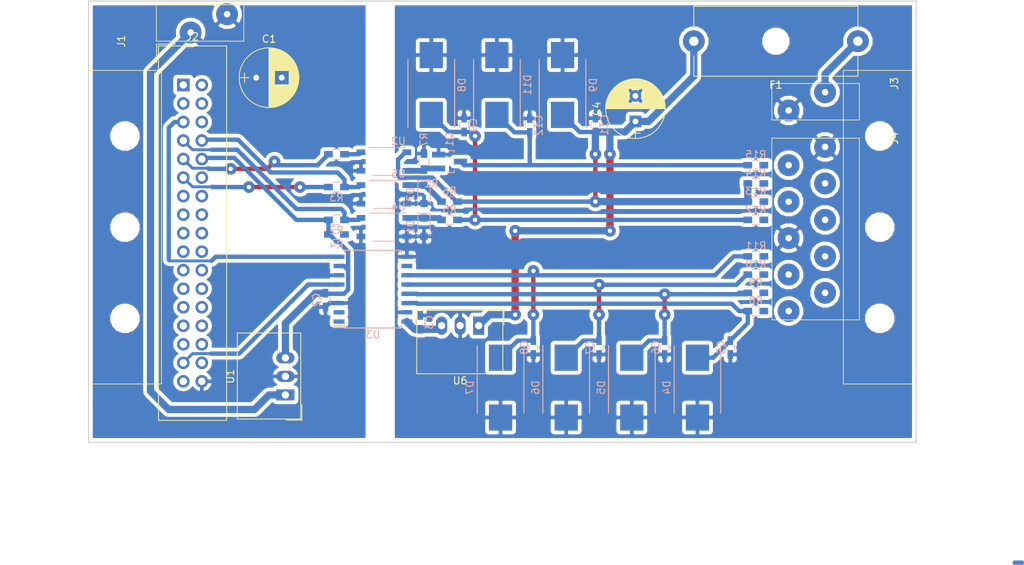
<source format=kicad_pcb>
(kicad_pcb (version 20171130) (host pcbnew no-vcs-found-cd3122d~61~ubuntu16.04.1)
  (layers (0 F.Cu signal) (31 B.Cu signal) (34 B.Paste user) (35 F.Paste user) (36 B.SilkS user) (37 F.SilkS user) (38 B.Mask user) (39 F.Mask user) (44 Edge.Cuts user))
  (net 0 "")
  (net 1 "Net-(J4-Pad10)")
  (net 2 "Net-(J4-Pad9)")
  (net 3 "Net-(J4-Pad8)")
  (net 4 "Net-(J4-Pad7)")
  (net 5 GNDD)
  (net 6 "Net-(J4-Pad5)")
  (net 7 "Net-(J4-Pad4)")
  (net 8 "Net-(J4-Pad3)")
  (net 9 "Net-(J4-Pad2)")
  (net 10 "Net-(D2-Pad1)")
  (net 11 VCC)
  (net 12 /SWITCH)
  (net 13 "Net-(D1-Pad1)")
  (net 14 /BUZZ_LED)
  (net 15 "Net-(C8-Pad1)")
  (net 16 +3V3)
  (net 17 GND)
  (net 18 /~SWITCH_ISO)
  (net 19 "Net-(R1-Pad1)")
  (net 20 /BUZZ_ISO)
  (net 21 "Net-(Q1-Pad1)")
  (net 22 "Net-(C5-Pad1)")
  (net 23 "Net-(C6-Pad1)")
  (net 24 "Net-(C7-Pad1)")
  (net 25 /~VCC_GOOD)
  (net 26 /VCC_TEST)
  (net 27 "Net-(C3-Pad1)")
  (net 28 "Net-(U3-Pad10)")
  (net 29 /TxD)
  (net 30 /RxD)
  (net 31 "Net-(U3-Pad2)")
  (net 32 "Net-(U3-Pad1)")
  (net 33 "Net-(C1-Pad1)")
  (net 34 "Net-(F1-Pad1)")
  (net 35 "Net-(J2-Pad1)")
  (net 36 "Net-(J2-Pad2)")
  (net 37 "Net-(J2-Pad3)")
  (net 38 "Net-(J2-Pad4)")
  (net 39 "Net-(J2-Pad6)")
  (net 40 "Net-(J2-Pad12)")
  (net 41 "Net-(J2-Pad13)")
  (net 42 "Net-(J2-Pad14)")
  (net 43 "Net-(J2-Pad15)")
  (net 44 "Net-(J2-Pad16)")
  (net 45 "Net-(J2-Pad17)")
  (net 46 "Net-(J2-Pad18)")
  (net 47 "Net-(J2-Pad19)")
  (net 48 "Net-(J2-Pad20)")
  (net 49 "Net-(J2-Pad21)")
  (net 50 "Net-(J2-Pad22)")
  (net 51 "Net-(J2-Pad23)")
  (net 52 "Net-(J2-Pad24)")
  (net 53 "Net-(J2-Pad25)")
  (net 54 "Net-(J2-Pad26)")
  (net 55 "Net-(J2-Pad27)")
  (net 56 "Net-(J2-Pad28)")
  (net 57 "Net-(J2-Pad29)")
  (net 58 "Net-(J2-Pad30)")
  (net 59 "Net-(J2-Pad32)")
  (net 60 "Net-(J2-Pad33)")
  (module door:TerminalBlock_WAGO-205_2pol (layer F.Cu) (at 144 68.5 90)
    (fp_text reference J1 (at 0 -9.5 90) (layer F.SilkS))
    (fp_text value 5V_IN)
    (pad 2 thru_hole circle (at 3.7 5 90) (size 3 3) (drill 0.9) (layers *.Cu *.Mask) (net 17 GND))
    (pad 1 thru_hole circle (at 1.2 0 90) (size 3 3) (drill 0.9) (layers *.Cu *.Mask) (net 33 "Net-(C1-Pad1)"))
  )
  (module door:TerminalBlock_WAGO-205_2pol (layer F.Cu) (at 231 74.3 270)
    (fp_text reference J3 (at 0 -9.5 270) (layer F.SilkS))
    (fp_text value VCC_IN)
    (pad 1 thru_hole circle (at 1.2 0 270) (size 3 3) (drill 0.9) (layers *.Cu *.Mask) (net 34 "Net-(F1-Pad1)"))
    (pad 2 thru_hole circle (at 3.7 5 270) (size 3 3) (drill 0.9) (layers *.Cu *.Mask) (net 5 GNDD))
  )
  (module Fuse_Holders_and_Fuses:Fuseholder5x20_horiz_open_Schurter_0031_8201 (layer F.Cu) (at 235.5 68.5 180)
    (fp_text reference F1 (at 11.25 -6 180) (layer F.SilkS))
    (fp_text value Fuse)
    (pad "" np_thru_hole circle (at 11.25 0 180) (size 2.7 2.7) (drill 2.7) (layers *.Cu *.Mask))
    (pad 2 thru_hole circle (at 22.5 0 180) (size 3 3) (drill 1.3) (layers *.Cu *.Mask) (net 11 VCC))
    (pad 1 thru_hole circle (at 0 0 180) (size 3 3) (drill 1.3) (layers *.Cu *.Mask) (net 34 "Net-(F1-Pad1)"))
  )
  (module door:DIN_CLIP (layer F.Cu) (at 238.5 94)
    (fp_text reference MK2 (at 0 0.5) (layer F.SilkS))
    (fp_text value Mounting_Hole)
    (pad "" np_thru_hole circle (at 0 12.5) (size 3 3) (drill 3) (layers *.Cu *.Mask))
    (pad "" np_thru_hole circle (at 0 -12.5) (size 3 3) (drill 3) (layers *.Cu *.Mask))
    (pad "" np_thru_hole circle (at 0 0) (size 3 3) (drill 3) (layers *.Cu *.Mask))
  )
  (module door:DIN_CLIP (layer F.Cu) (at 135 94)
    (fp_text reference MK1 (at 0 0.5) (layer F.SilkS))
    (fp_text value Mounting_Hole)
    (pad "" np_thru_hole circle (at 0 0) (size 3 3) (drill 3) (layers *.Cu *.Mask))
    (pad "" np_thru_hole circle (at 0 -12.5) (size 3 3) (drill 3) (layers *.Cu *.Mask))
    (pad "" np_thru_hole circle (at 0 12.5) (size 3 3) (drill 3) (layers *.Cu *.Mask))
  )
  (module door:TerminalBlock_WAGO-205_10pol (layer F.Cu) (at 231 81.8 270)
    (fp_text reference J4 (at 0 -9.5 270) (layer F.SilkS))
    (fp_text value Conn_01x10)
    (pad 1 thru_hole circle (at 1.2 0 270) (size 3 3) (drill 0.9) (layers *.Cu *.Mask) (net 5 GNDD))
    (pad 2 thru_hole circle (at 3.7 5 270) (size 3 3) (drill 0.9) (layers *.Cu *.Mask) (net 9 "Net-(J4-Pad2)"))
    (pad 3 thru_hole circle (at 6.2 0 270) (size 3 3) (drill 0.9) (layers *.Cu *.Mask) (net 8 "Net-(J4-Pad3)"))
    (pad 4 thru_hole circle (at 8.7 5 270) (size 3 3) (drill 0.9) (layers *.Cu *.Mask) (net 7 "Net-(J4-Pad4)"))
    (pad 5 thru_hole circle (at 11.2 0 270) (size 3 3) (drill 0.9) (layers *.Cu *.Mask) (net 6 "Net-(J4-Pad5)"))
    (pad 6 thru_hole circle (at 13.7 5 270) (size 3 3) (drill 0.9) (layers *.Cu *.Mask) (net 5 GNDD))
    (pad 7 thru_hole circle (at 16.2 0 270) (size 3 3) (drill 0.9) (layers *.Cu *.Mask) (net 4 "Net-(J4-Pad7)"))
    (pad 8 thru_hole circle (at 18.7 5 270) (size 3 3) (drill 0.9) (layers *.Cu *.Mask) (net 3 "Net-(J4-Pad8)"))
    (pad 9 thru_hole circle (at 21.2 0 270) (size 3 3) (drill 0.9) (layers *.Cu *.Mask) (net 2 "Net-(J4-Pad9)"))
    (pad 10 thru_hole circle (at 23.7 5 270) (size 3 3) (drill 0.9) (layers *.Cu *.Mask) (net 1 "Net-(J4-Pad10)"))
  )
  (module Capacitors_SMD:C_0603_HandSoldering (layer B.Cu) (at 162.5 104 270)
    (fp_text reference C2 (at 0 1.25 270) (layer B.SilkS) (effects (justify mirror)))
    (fp_text value C)
    (pad 1 smd rect (at -0.95 0 270) (size 1.2 0.75) (layers B.Cu B.Paste B.Mask) (net 16 +3V3))
    (pad 2 smd rect (at 0.95 0 270) (size 1.2 0.75) (layers B.Cu B.Paste B.Mask) (net 17 GND))
  )
  (module Capacitors_SMD:C_0603_HandSoldering (layer B.Cu) (at 175.5 107.05 90)
    (fp_text reference C3 (at 0 1.25 90) (layer B.SilkS) (effects (justify mirror)))
    (fp_text value C)
    (pad 2 smd rect (at 0.95 0 90) (size 1.2 0.75) (layers B.Cu B.Paste B.Mask) (net 5 GNDD))
    (pad 1 smd rect (at -0.95 0 90) (size 1.2 0.75) (layers B.Cu B.Paste B.Mask) (net 27 "Net-(C3-Pad1)"))
  )
  (module Capacitors_SMD:C_0603_HandSoldering (layer B.Cu) (at 218 110.5 270)
    (fp_text reference C5 (at 0 1.25 270) (layer B.SilkS) (effects (justify mirror)))
    (fp_text value C)
    (pad 1 smd rect (at -0.95 0 270) (size 1.2 0.75) (layers B.Cu B.Paste B.Mask) (net 22 "Net-(C5-Pad1)"))
    (pad 2 smd rect (at 0.95 0 270) (size 1.2 0.75) (layers B.Cu B.Paste B.Mask) (net 5 GNDD))
  )
  (module Capacitors_SMD:C_0603_HandSoldering (layer B.Cu) (at 209 110.5 270)
    (fp_text reference C6 (at 0 1.25 270) (layer B.SilkS) (effects (justify mirror)))
    (fp_text value C)
    (pad 2 smd rect (at 0.95 0 270) (size 1.2 0.75) (layers B.Cu B.Paste B.Mask) (net 5 GNDD))
    (pad 1 smd rect (at -0.95 0 270) (size 1.2 0.75) (layers B.Cu B.Paste B.Mask) (net 23 "Net-(C6-Pad1)"))
  )
  (module Capacitors_SMD:C_0603_HandSoldering (layer B.Cu) (at 200 110.5 270)
    (fp_text reference C7 (at 0 1.25 270) (layer B.SilkS) (effects (justify mirror)))
    (fp_text value C)
    (pad 1 smd rect (at -0.95 0 270) (size 1.2 0.75) (layers B.Cu B.Paste B.Mask) (net 24 "Net-(C7-Pad1)"))
    (pad 2 smd rect (at 0.95 0 270) (size 1.2 0.75) (layers B.Cu B.Paste B.Mask) (net 5 GNDD))
  )
  (module Capacitors_SMD:C_0603_HandSoldering (layer B.Cu) (at 191 110.5 270)
    (fp_text reference C8 (at 0 1.25 270) (layer B.SilkS) (effects (justify mirror)))
    (fp_text value C)
    (pad 2 smd rect (at 0.95 0 270) (size 1.2 0.75) (layers B.Cu B.Paste B.Mask) (net 5 GNDD))
    (pad 1 smd rect (at -0.95 0 270) (size 1.2 0.75) (layers B.Cu B.Paste B.Mask) (net 15 "Net-(C8-Pad1)"))
  )
  (module Capacitors_SMD:C_0603_HandSoldering (layer B.Cu) (at 181.5 80 90)
    (fp_text reference C9 (at 0 1.25 90) (layer B.SilkS) (effects (justify mirror)))
    (fp_text value C)
    (pad 1 smd rect (at -0.95 0 90) (size 1.2 0.75) (layers B.Cu B.Paste B.Mask) (net 12 /SWITCH))
    (pad 2 smd rect (at 0.95 0 90) (size 1.2 0.75) (layers B.Cu B.Paste B.Mask) (net 5 GNDD))
  )
  (module Capacitors_SMD:C_0603_HandSoldering (layer B.Cu) (at 199.5 80 90)
    (fp_text reference C11 (at 0 1.25 90) (layer B.SilkS) (effects (justify mirror)))
    (fp_text value C)
    (pad 1 smd rect (at -0.95 0 90) (size 1.2 0.75) (layers B.Cu B.Paste B.Mask) (net 11 VCC))
    (pad 2 smd rect (at 0.95 0 90) (size 1.2 0.75) (layers B.Cu B.Paste B.Mask) (net 5 GNDD))
  )
  (module Capacitors_SMD:C_0603_HandSoldering (layer B.Cu) (at 190.5 80.05 90)
    (fp_text reference C12 (at 0 1.25 90) (layer B.SilkS) (effects (justify mirror)))
    (fp_text value C)
    (pad 2 smd rect (at 0.95 0 90) (size 1.2 0.75) (layers B.Cu B.Paste B.Mask) (net 5 GNDD))
    (pad 1 smd rect (at -0.95 0 90) (size 1.2 0.75) (layers B.Cu B.Paste B.Mask) (net 14 /BUZZ_LED))
  )
  (module Capacitors_THT:CP_Radial_D8.0mm_P3.50mm (layer F.Cu) (at 153 73.5)
    (fp_text reference C1 (at 1.75 -5.31) (layer F.SilkS))
    (fp_text value CP)
    (pad 2 thru_hole circle (at 3.5 0) (size 1.6 1.6) (drill 0.8) (layers *.Cu *.Mask) (net 17 GND))
    (pad 1 thru_hole rect (at 0 0) (size 1.6 1.6) (drill 0.8) (layers *.Cu *.Mask) (net 33 "Net-(C1-Pad1)"))
  )
  (module Capacitors_THT:CP_Radial_D8.0mm_P3.50mm (layer F.Cu) (at 205 79.5 90)
    (fp_text reference C4 (at 1.75 -5.31 90) (layer F.SilkS))
    (fp_text value CP)
    (pad 1 thru_hole rect (at 0 0 90) (size 1.6 1.6) (drill 0.8) (layers *.Cu *.Mask) (net 11 VCC))
    (pad 2 thru_hole circle (at 3.5 0 90) (size 1.6 1.6) (drill 0.8) (layers *.Cu *.Mask) (net 5 GNDD))
  )
  (module Connectors_IDC:IDC-Header_2x17_Pitch2.54mm_Straight (layer F.Cu) (at 143 74.5)
    (fp_text reference J2 (at 1.27 -6.604) (layer F.SilkS))
    (fp_text value Conn_02x17_Odd_Even)
    (pad 1 thru_hole rect (at 0 0) (size 1.7272 1.7272) (drill 1.016) (layers *.Cu *.Mask) (net 35 "Net-(J2-Pad1)"))
    (pad 2 thru_hole oval (at 2.54 0) (size 1.7272 1.7272) (drill 1.016) (layers *.Cu *.Mask) (net 36 "Net-(J2-Pad2)"))
    (pad 3 thru_hole oval (at 0 2.54) (size 1.7272 1.7272) (drill 1.016) (layers *.Cu *.Mask) (net 37 "Net-(J2-Pad3)"))
    (pad 4 thru_hole oval (at 2.54 2.54) (size 1.7272 1.7272) (drill 1.016) (layers *.Cu *.Mask) (net 38 "Net-(J2-Pad4)"))
    (pad 5 thru_hole oval (at 0 5.08) (size 1.7272 1.7272) (drill 1.016) (layers *.Cu *.Mask) (net 29 /TxD))
    (pad 6 thru_hole oval (at 2.54 5.08) (size 1.7272 1.7272) (drill 1.016) (layers *.Cu *.Mask) (net 39 "Net-(J2-Pad6)"))
    (pad 7 thru_hole oval (at 0 7.62) (size 1.7272 1.7272) (drill 1.016) (layers *.Cu *.Mask) (net 18 /~SWITCH_ISO))
    (pad 8 thru_hole oval (at 2.54 7.62) (size 1.7272 1.7272) (drill 1.016) (layers *.Cu *.Mask) (net 25 /~VCC_GOOD))
    (pad 9 thru_hole oval (at 0 10.16) (size 1.7272 1.7272) (drill 1.016) (layers *.Cu *.Mask) (net 20 /BUZZ_ISO))
    (pad 10 thru_hole oval (at 2.54 10.16) (size 1.7272 1.7272) (drill 1.016) (layers *.Cu *.Mask) (net 16 +3V3))
    (pad 11 thru_hole oval (at 0 12.7) (size 1.7272 1.7272) (drill 1.016) (layers *.Cu *.Mask) (net 26 /VCC_TEST))
    (pad 12 thru_hole oval (at 2.54 12.7) (size 1.7272 1.7272) (drill 1.016) (layers *.Cu *.Mask) (net 40 "Net-(J2-Pad12)"))
    (pad 13 thru_hole oval (at 0 15.24) (size 1.7272 1.7272) (drill 1.016) (layers *.Cu *.Mask) (net 41 "Net-(J2-Pad13)"))
    (pad 14 thru_hole oval (at 2.54 15.24) (size 1.7272 1.7272) (drill 1.016) (layers *.Cu *.Mask) (net 42 "Net-(J2-Pad14)"))
    (pad 15 thru_hole oval (at 0 17.78) (size 1.7272 1.7272) (drill 1.016) (layers *.Cu *.Mask) (net 43 "Net-(J2-Pad15)"))
    (pad 16 thru_hole oval (at 2.54 17.78) (size 1.7272 1.7272) (drill 1.016) (layers *.Cu *.Mask) (net 44 "Net-(J2-Pad16)"))
    (pad 17 thru_hole oval (at 0 20.32) (size 1.7272 1.7272) (drill 1.016) (layers *.Cu *.Mask) (net 45 "Net-(J2-Pad17)"))
    (pad 18 thru_hole oval (at 2.54 20.32) (size 1.7272 1.7272) (drill 1.016) (layers *.Cu *.Mask) (net 46 "Net-(J2-Pad18)"))
    (pad 19 thru_hole oval (at 0 22.86) (size 1.7272 1.7272) (drill 1.016) (layers *.Cu *.Mask) (net 47 "Net-(J2-Pad19)"))
    (pad 20 thru_hole oval (at 2.54 22.86) (size 1.7272 1.7272) (drill 1.016) (layers *.Cu *.Mask) (net 48 "Net-(J2-Pad20)"))
    (pad 21 thru_hole oval (at 0 25.4) (size 1.7272 1.7272) (drill 1.016) (layers *.Cu *.Mask) (net 49 "Net-(J2-Pad21)"))
    (pad 22 thru_hole oval (at 2.54 25.4) (size 1.7272 1.7272) (drill 1.016) (layers *.Cu *.Mask) (net 50 "Net-(J2-Pad22)"))
    (pad 23 thru_hole oval (at 0 27.94) (size 1.7272 1.7272) (drill 1.016) (layers *.Cu *.Mask) (net 51 "Net-(J2-Pad23)"))
    (pad 24 thru_hole oval (at 2.54 27.94) (size 1.7272 1.7272) (drill 1.016) (layers *.Cu *.Mask) (net 52 "Net-(J2-Pad24)"))
    (pad 25 thru_hole oval (at 0 30.48) (size 1.7272 1.7272) (drill 1.016) (layers *.Cu *.Mask) (net 53 "Net-(J2-Pad25)"))
    (pad 26 thru_hole oval (at 2.54 30.48) (size 1.7272 1.7272) (drill 1.016) (layers *.Cu *.Mask) (net 54 "Net-(J2-Pad26)"))
    (pad 27 thru_hole oval (at 0 33.02) (size 1.7272 1.7272) (drill 1.016) (layers *.Cu *.Mask) (net 55 "Net-(J2-Pad27)"))
    (pad 28 thru_hole oval (at 2.54 33.02) (size 1.7272 1.7272) (drill 1.016) (layers *.Cu *.Mask) (net 56 "Net-(J2-Pad28)"))
    (pad 29 thru_hole oval (at 0 35.56) (size 1.7272 1.7272) (drill 1.016) (layers *.Cu *.Mask) (net 57 "Net-(J2-Pad29)"))
    (pad 30 thru_hole oval (at 2.54 35.56) (size 1.7272 1.7272) (drill 1.016) (layers *.Cu *.Mask) (net 58 "Net-(J2-Pad30)"))
    (pad 31 thru_hole oval (at 0 38.1) (size 1.7272 1.7272) (drill 1.016) (layers *.Cu *.Mask) (net 30 /RxD))
    (pad 32 thru_hole oval (at 2.54 38.1) (size 1.7272 1.7272) (drill 1.016) (layers *.Cu *.Mask) (net 59 "Net-(J2-Pad32)"))
    (pad 33 thru_hole oval (at 0 40.64) (size 1.7272 1.7272) (drill 1.016) (layers *.Cu *.Mask) (net 60 "Net-(J2-Pad33)"))
    (pad 34 thru_hole oval (at 2.54 40.64) (size 1.7272 1.7272) (drill 1.016) (layers *.Cu *.Mask) (net 17 GND))
  )
  (module Converters_DCDC_ACDC:DCDC-Conv_RECOM_R-78E-0.5 (layer F.Cu) (at 183.5 107.5 180)
    (fp_text reference U6 (at 2.54 -7.55 180) (layer F.SilkS))
    (fp_text value R-78E3.3-0.5)
    (pad 3 thru_hole oval (at 5.08 0 180) (size 1.5 2.5) (drill 1) (layers *.Cu *.Mask) (net 27 "Net-(C3-Pad1)"))
    (pad 2 thru_hole oval (at 2.54 0 180) (size 1.5 2.5) (drill 1) (layers *.Cu *.Mask) (net 5 GNDD))
    (pad 1 thru_hole rect (at 0 0 180) (size 1.5 2.5) (drill 1) (layers *.Cu *.Mask) (net 11 VCC))
  )
  (module Converters_DCDC_ACDC:DCDC-Conv_RECOM_R-78E-0.5 (layer F.Cu) (at 157 117 90)
    (fp_text reference U1 (at 2.54 -7.55 90) (layer F.SilkS))
    (fp_text value R-78E3.3-0.5)
    (pad 1 thru_hole rect (at 0 0 90) (size 1.5 2.5) (drill 1) (layers *.Cu *.Mask) (net 33 "Net-(C1-Pad1)"))
    (pad 2 thru_hole oval (at 2.54 0 90) (size 1.5 2.5) (drill 1) (layers *.Cu *.Mask) (net 17 GND))
    (pad 3 thru_hole oval (at 5.08 0 90) (size 1.5 2.5) (drill 1) (layers *.Cu *.Mask) (net 16 +3V3))
  )
  (module Diodes_SMD:DO-214AB_Handsoldering (layer B.Cu) (at 177 74.5 90)
    (fp_text reference D8 (at 0 4.2 90) (layer B.SilkS) (effects (justify mirror)))
    (fp_text value SMCJ12CA)
    (pad 1 smd rect (at -4.1 0 90) (size 3.6 3.2) (layers B.Cu B.Paste B.Mask) (net 12 /SWITCH))
    (pad 2 smd rect (at 4.1 0 90) (size 3.6 3.2) (layers B.Cu B.Paste B.Mask) (net 5 GNDD))
  )
  (module Diodes_SMD:DO-214AB_Handsoldering (layer B.Cu) (at 186.5 116 270)
    (fp_text reference D7 (at 0 4.2 270) (layer B.SilkS) (effects (justify mirror)))
    (fp_text value SMCJ12CA)
    (pad 2 smd rect (at 4.1 0 270) (size 3.6 3.2) (layers B.Cu B.Paste B.Mask) (net 5 GNDD))
    (pad 1 smd rect (at -4.1 0 270) (size 3.6 3.2) (layers B.Cu B.Paste B.Mask) (net 15 "Net-(C8-Pad1)"))
  )
  (module Diodes_SMD:DO-214AB_Handsoldering (layer B.Cu) (at 195 74.5 90)
    (fp_text reference D9 (at 0 4.2 90) (layer B.SilkS) (effects (justify mirror)))
    (fp_text value SMCJ12CA)
    (pad 1 smd rect (at -4.1 0 90) (size 3.6 3.2) (layers B.Cu B.Paste B.Mask) (net 11 VCC))
    (pad 2 smd rect (at 4.1 0 90) (size 3.6 3.2) (layers B.Cu B.Paste B.Mask) (net 5 GNDD))
  )
  (module Diodes_SMD:DO-214AB_Handsoldering (layer B.Cu) (at 195.5 116 270)
    (fp_text reference D6 (at 0 4.2 270) (layer B.SilkS) (effects (justify mirror)))
    (fp_text value SMCJ12CA)
    (pad 2 smd rect (at 4.1 0 270) (size 3.6 3.2) (layers B.Cu B.Paste B.Mask) (net 5 GNDD))
    (pad 1 smd rect (at -4.1 0 270) (size 3.6 3.2) (layers B.Cu B.Paste B.Mask) (net 24 "Net-(C7-Pad1)"))
  )
  (module Diodes_SMD:DO-214AB_Handsoldering (layer B.Cu) (at 204.5 116 270)
    (fp_text reference D5 (at 0 4.2 270) (layer B.SilkS) (effects (justify mirror)))
    (fp_text value SMCJ12CA)
    (pad 1 smd rect (at -4.1 0 270) (size 3.6 3.2) (layers B.Cu B.Paste B.Mask) (net 23 "Net-(C6-Pad1)"))
    (pad 2 smd rect (at 4.1 0 270) (size 3.6 3.2) (layers B.Cu B.Paste B.Mask) (net 5 GNDD))
  )
  (module Diodes_SMD:DO-214AB_Handsoldering (layer B.Cu) (at 186 74.5 90)
    (fp_text reference D11 (at 0 4.2 90) (layer B.SilkS) (effects (justify mirror)))
    (fp_text value SMCJ12CA)
    (pad 2 smd rect (at 4.1 0 90) (size 3.6 3.2) (layers B.Cu B.Paste B.Mask) (net 5 GNDD))
    (pad 1 smd rect (at -4.1 0 90) (size 3.6 3.2) (layers B.Cu B.Paste B.Mask) (net 14 /BUZZ_LED))
  )
  (module Diodes_SMD:DO-214AB_Handsoldering (layer B.Cu) (at 213.5 116 270)
    (fp_text reference D4 (at 0 4.2 270) (layer B.SilkS) (effects (justify mirror)))
    (fp_text value SMCJ12CA)
    (pad 1 smd rect (at -4.1 0 270) (size 3.6 3.2) (layers B.Cu B.Paste B.Mask) (net 22 "Net-(C5-Pad1)"))
    (pad 2 smd rect (at 4.1 0 270) (size 3.6 3.2) (layers B.Cu B.Paste B.Mask) (net 5 GNDD))
  )
  (module Diodes_SMD:D_SOD-323_HandSoldering (layer B.Cu) (at 176 89.5 270)
    (fp_text reference D2 (at 0 1.85 270) (layer B.SilkS) (effects (justify mirror)))
    (fp_text value D_Small)
    (pad 2 smd rect (at 1.25 0 270) (size 1 1) (layers B.Cu B.Paste B.Mask) (net 5 GNDD))
    (pad 1 smd rect (at -1.25 0 270) (size 1 1) (layers B.Cu B.Paste B.Mask) (net 10 "Net-(D2-Pad1)"))
  )
  (module Diodes_SMD:D_SOD-323_HandSoldering (layer B.Cu) (at 176 94 270)
    (fp_text reference D1 (at 0 1.85 270) (layer B.SilkS) (effects (justify mirror)))
    (fp_text value D_Small)
    (pad 1 smd rect (at -1.25 0 270) (size 1 1) (layers B.Cu B.Paste B.Mask) (net 13 "Net-(D1-Pad1)"))
    (pad 2 smd rect (at 1.25 0 270) (size 1 1) (layers B.Cu B.Paste B.Mask) (net 5 GNDD))
  )
  (module Housings_SOIC:SOIC-16W_7.5x10.3mm_Pitch1.27mm (layer B.Cu) (at 169 102.5)
    (fp_text reference U3 (at 0 6.25) (layer B.SilkS) (effects (justify mirror)))
    (fp_text value ADM2482)
    (pad 16 smd rect (at 4.65 4.445) (size 1.5 0.6) (layers B.Cu B.Paste B.Mask) (net 27 "Net-(C3-Pad1)"))
    (pad 15 smd rect (at 4.65 3.175) (size 1.5 0.6) (layers B.Cu B.Paste B.Mask) (net 5 GNDD))
    (pad 14 smd rect (at 4.65 1.905) (size 1.5 0.6) (layers B.Cu B.Paste B.Mask) (net 22 "Net-(C5-Pad1)"))
    (pad 13 smd rect (at 4.65 0.635) (size 1.5 0.6) (layers B.Cu B.Paste B.Mask) (net 23 "Net-(C6-Pad1)"))
    (pad 12 smd rect (at 4.65 -0.635) (size 1.5 0.6) (layers B.Cu B.Paste B.Mask) (net 24 "Net-(C7-Pad1)"))
    (pad 11 smd rect (at 4.65 -1.905) (size 1.5 0.6) (layers B.Cu B.Paste B.Mask) (net 15 "Net-(C8-Pad1)"))
    (pad 10 smd rect (at 4.65 -3.175) (size 1.5 0.6) (layers B.Cu B.Paste B.Mask) (net 28 "Net-(U3-Pad10)"))
    (pad 9 smd rect (at 4.65 -4.445) (size 1.5 0.6) (layers B.Cu B.Paste B.Mask) (net 5 GNDD))
    (pad 8 smd rect (at -4.65 -4.445) (size 1.5 0.6) (layers B.Cu B.Paste B.Mask) (net 29 /TxD))
    (pad 7 smd rect (at -4.65 -3.175) (size 1.5 0.6) (layers B.Cu B.Paste B.Mask) (net 16 +3V3))
    (pad 6 smd rect (at -4.65 -1.905) (size 1.5 0.6) (layers B.Cu B.Paste B.Mask) (net 17 GND))
    (pad 5 smd rect (at -4.65 -0.635) (size 1.5 0.6) (layers B.Cu B.Paste B.Mask) (net 30 /RxD))
    (pad 4 smd rect (at -4.65 0.635) (size 1.5 0.6) (layers B.Cu B.Paste B.Mask) (net 16 +3V3))
    (pad 3 smd rect (at -4.65 1.905) (size 1.5 0.6) (layers B.Cu B.Paste B.Mask) (net 17 GND))
    (pad 2 smd rect (at -4.65 3.175) (size 1.5 0.6) (layers B.Cu B.Paste B.Mask) (net 31 "Net-(U3-Pad2)"))
    (pad 1 smd rect (at -4.65 4.445) (size 1.5 0.6) (layers B.Cu B.Paste B.Mask) (net 32 "Net-(U3-Pad1)"))
  )
  (module Housings_SOT-23_SOT-143_TSOT-6:SOT-23_Handsoldering (layer B.Cu) (at 179.5 85 90)
    (fp_text reference Q1 (at 3 0 90) (layer B.SilkS) (effects (justify mirror)))
    (fp_text value Q_NMOS_GSD)
    (pad 1 smd rect (at -0.95 -1.50114 90) (size 0.8001 1.80086) (layers B.Cu B.Paste B.Mask) (net 21 "Net-(Q1-Pad1)"))
    (pad 2 smd rect (at 0.95 -1.50114 90) (size 0.8001 1.80086) (layers B.Cu B.Paste B.Mask) (net 5 GNDD))
    (pad 3 smd rect (at 0 1.50114 90) (size 0.8001 1.80086) (layers B.Cu B.Paste B.Mask) (net 14 /BUZZ_LED))
  )
  (module Housings_SSOP:MFSOP6-4_4.4x3.6mm_Pitch1.27mm (layer B.Cu) (at 170.5 85 180)
    (fp_text reference U2 (at -2 2.8 180) (layer B.SilkS) (effects (justify mirror)))
    (fp_text value TLP127)
    (pad 1 smd rect (at -3.15 1.27 180) (size 1.2 0.8) (layers B.Cu B.Paste B.Mask) (net 11 VCC))
    (pad 4 smd rect (at 3.15 -1.27 180) (size 1.2 0.8) (layers B.Cu B.Paste B.Mask) (net 17 GND))
    (pad 3 smd rect (at -3.15 -1.27 180) (size 1.2 0.8) (layers B.Cu B.Paste B.Mask) (net 21 "Net-(Q1-Pad1)"))
    (pad 6 smd rect (at 3.15 1.27 180) (size 1.2 0.8) (layers B.Cu B.Paste B.Mask) (net 19 "Net-(R1-Pad1)"))
  )
  (module Housings_SSOP:MFSOP6-4_4.4x3.6mm_Pitch1.27mm (layer B.Cu) (at 170.5 94 180)
    (fp_text reference U4 (at -2 2.8 180) (layer B.SilkS) (effects (justify mirror)))
    (fp_text value TLP127)
    (pad 6 smd rect (at 3.15 1.27 180) (size 1.2 0.8) (layers B.Cu B.Paste B.Mask) (net 18 /~SWITCH_ISO))
    (pad 3 smd rect (at -3.15 -1.27 180) (size 1.2 0.8) (layers B.Cu B.Paste B.Mask) (net 5 GNDD))
    (pad 4 smd rect (at 3.15 -1.27 180) (size 1.2 0.8) (layers B.Cu B.Paste B.Mask) (net 17 GND))
    (pad 1 smd rect (at -3.15 1.27 180) (size 1.2 0.8) (layers B.Cu B.Paste B.Mask) (net 13 "Net-(D1-Pad1)"))
  )
  (module Housings_SSOP:MFSOP6-4_4.4x3.6mm_Pitch1.27mm (layer B.Cu) (at 170.5 89.5 180)
    (fp_text reference U5 (at -2 2.8 180) (layer B.SilkS) (effects (justify mirror)))
    (fp_text value TLP127)
    (pad 1 smd rect (at -3.15 1.27 180) (size 1.2 0.8) (layers B.Cu B.Paste B.Mask) (net 10 "Net-(D2-Pad1)"))
    (pad 4 smd rect (at 3.15 -1.27 180) (size 1.2 0.8) (layers B.Cu B.Paste B.Mask) (net 17 GND))
    (pad 3 smd rect (at -3.15 -1.27 180) (size 1.2 0.8) (layers B.Cu B.Paste B.Mask) (net 5 GNDD))
    (pad 6 smd rect (at 3.15 1.27 180) (size 1.2 0.8) (layers B.Cu B.Paste B.Mask) (net 25 /~VCC_GOOD))
  )
  (module Resistors_SMD:R_0603_HandSoldering (layer B.Cu) (at 164 88.5)
    (fp_text reference R3 (at 0 1.45) (layer B.SilkS) (effects (justify mirror)))
    (fp_text value R)
    (pad 2 smd rect (at 1.1 0) (size 1.2 0.9) (layers B.Cu B.Paste B.Mask) (net 25 /~VCC_GOOD))
    (pad 1 smd rect (at -1.1 0) (size 1.2 0.9) (layers B.Cu B.Paste B.Mask) (net 26 /VCC_TEST))
  )
  (module Resistors_SMD:R_0603_HandSoldering (layer B.Cu) (at 221.5 100.5 180)
    (fp_text reference R10 (at 0 1.45 180) (layer B.SilkS) (effects (justify mirror)))
    (fp_text value R_Small)
    (pad 1 smd rect (at -1.1 0 180) (size 1.2 0.9) (layers B.Cu B.Paste B.Mask) (net 3 "Net-(J4-Pad8)"))
    (pad 2 smd rect (at 1.1 0 180) (size 1.2 0.9) (layers B.Cu B.Paste B.Mask) (net 24 "Net-(C7-Pad1)"))
  )
  (module Resistors_SMD:R_0603_HandSoldering (layer B.Cu) (at 221.5 103 180)
    (fp_text reference R9 (at 0 1.45 180) (layer B.SilkS) (effects (justify mirror)))
    (fp_text value R_Small)
    (pad 2 smd rect (at 1.1 0 180) (size 1.2 0.9) (layers B.Cu B.Paste B.Mask) (net 23 "Net-(C6-Pad1)"))
    (pad 1 smd rect (at -1.1 0 180) (size 1.2 0.9) (layers B.Cu B.Paste B.Mask) (net 2 "Net-(J4-Pad9)"))
  )
  (module Resistors_SMD:R_0603_HandSoldering (layer B.Cu) (at 221.5 105.5 180)
    (fp_text reference R8 (at 0 1.45 180) (layer B.SilkS) (effects (justify mirror)))
    (fp_text value R_Small)
    (pad 1 smd rect (at -1.1 0 180) (size 1.2 0.9) (layers B.Cu B.Paste B.Mask) (net 1 "Net-(J4-Pad10)"))
    (pad 2 smd rect (at 1.1 0 180) (size 1.2 0.9) (layers B.Cu B.Paste B.Mask) (net 22 "Net-(C5-Pad1)"))
  )
  (module Resistors_SMD:R_0603_HandSoldering (layer B.Cu) (at 176 85 90)
    (fp_text reference R7 (at 3 0 90) (layer B.SilkS) (effects (justify mirror)))
    (fp_text value R)
    (pad 2 smd rect (at 1.1 0 90) (size 1.2 0.9) (layers B.Cu B.Paste B.Mask) (net 5 GNDD))
    (pad 1 smd rect (at -1.1 0 90) (size 1.2 0.9) (layers B.Cu B.Paste B.Mask) (net 21 "Net-(Q1-Pad1)"))
  )
  (module Resistors_SMD:R_0603_HandSoldering (layer B.Cu) (at 164 84 180)
    (fp_text reference R1 (at -13 -4 180) (layer B.SilkS) (effects (justify mirror)))
    (fp_text value R)
    (pad 1 smd rect (at -1.1 0 180) (size 1.2 0.9) (layers B.Cu B.Paste B.Mask) (net 19 "Net-(R1-Pad1)"))
    (pad 2 smd rect (at 1.1 0 180) (size 1.2 0.9) (layers B.Cu B.Paste B.Mask) (net 20 /BUZZ_ISO))
  )
  (module Resistors_SMD:R_0603_HandSoldering (layer B.Cu) (at 164 93)
    (fp_text reference R2 (at 0 1.45) (layer B.SilkS) (effects (justify mirror)))
    (fp_text value R)
    (pad 2 smd rect (at 1.1 0) (size 1.2 0.9) (layers B.Cu B.Paste B.Mask) (net 18 /~SWITCH_ISO))
    (pad 1 smd rect (at -1.1 0) (size 1.2 0.9) (layers B.Cu B.Paste B.Mask) (net 16 +3V3))
  )
  (module Resistors_SMD:R_0603_HandSoldering (layer B.Cu) (at 164 95)
    (fp_text reference R4 (at 0 1.45) (layer B.SilkS) (effects (justify mirror)))
    (fp_text value R)
    (pad 1 smd rect (at -1.1 0) (size 1.2 0.9) (layers B.Cu B.Paste B.Mask) (net 16 +3V3))
    (pad 2 smd rect (at 1.1 0) (size 1.2 0.9) (layers B.Cu B.Paste B.Mask) (net 17 GND))
  )
  (module Resistors_SMD:R_0603_HandSoldering (layer B.Cu) (at 221.5 98 180)
    (fp_text reference R11 (at 0 1.45 180) (layer B.SilkS) (effects (justify mirror)))
    (fp_text value R_Small)
    (pad 2 smd rect (at 1.1 0 180) (size 1.2 0.9) (layers B.Cu B.Paste B.Mask) (net 15 "Net-(C8-Pad1)"))
    (pad 1 smd rect (at -1.1 0 180) (size 1.2 0.9) (layers B.Cu B.Paste B.Mask) (net 4 "Net-(J4-Pad7)"))
  )
  (module Resistors_SMD:R_0603_HandSoldering (layer B.Cu) (at 221.5 93 180)
    (fp_text reference R12 (at 0 1.45 180) (layer B.SilkS) (effects (justify mirror)))
    (fp_text value R_Small)
    (pad 1 smd rect (at -1.1 0 180) (size 1.2 0.9) (layers B.Cu B.Paste B.Mask) (net 6 "Net-(J4-Pad5)"))
    (pad 2 smd rect (at 1.1 0 180) (size 1.2 0.9) (layers B.Cu B.Paste B.Mask) (net 12 /SWITCH))
  )
  (module Resistors_SMD:R_0603_HandSoldering (layer B.Cu) (at 221.5 90.5 180)
    (fp_text reference R13 (at 0 1.45 180) (layer B.SilkS) (effects (justify mirror)))
    (fp_text value R_Small)
    (pad 2 smd rect (at 1.1 0 180) (size 1.2 0.9) (layers B.Cu B.Paste B.Mask) (net 11 VCC))
    (pad 1 smd rect (at -1.1 0 180) (size 1.2 0.9) (layers B.Cu B.Paste B.Mask) (net 7 "Net-(J4-Pad4)"))
  )
  (module Resistors_SMD:R_0603_HandSoldering (layer B.Cu) (at 221.5 88 180)
    (fp_text reference R14 (at 0 1.45 180) (layer B.SilkS) (effects (justify mirror)))
    (fp_text value R_Small)
    (pad 1 smd rect (at -1.1 0 180) (size 1.2 0.9) (layers B.Cu B.Paste B.Mask) (net 8 "Net-(J4-Pad3)"))
    (pad 2 smd rect (at 1.1 0 180) (size 1.2 0.9) (layers B.Cu B.Paste B.Mask) (net 11 VCC))
  )
  (module Resistors_SMD:R_0603_HandSoldering (layer B.Cu) (at 221.5 85.5 180)
    (fp_text reference R15 (at 0 1.45 180) (layer B.SilkS) (effects (justify mirror)))
    (fp_text value R_Small)
    (pad 2 smd rect (at 1.1 0 180) (size 1.2 0.9) (layers B.Cu B.Paste B.Mask) (net 14 /BUZZ_LED))
    (pad 1 smd rect (at -1.1 0 180) (size 1.2 0.9) (layers B.Cu B.Paste B.Mask) (net 9 "Net-(J4-Pad2)"))
  )
  (module Resistors_SMD:R_0603_HandSoldering (layer B.Cu) (at 179.5 93 180)
    (fp_text reference R5 (at 0 1.45 180) (layer B.SilkS) (effects (justify mirror)))
    (fp_text value R)
    (pad 1 smd rect (at -1.1 0 180) (size 1.2 0.9) (layers B.Cu B.Paste B.Mask) (net 12 /SWITCH))
    (pad 2 smd rect (at 1.1 0 180) (size 1.2 0.9) (layers B.Cu B.Paste B.Mask) (net 13 "Net-(D1-Pad1)"))
  )
  (module Resistors_SMD:R_0603_HandSoldering (layer B.Cu) (at 179.5 90.5 180)
    (fp_text reference R6 (at 0 1.45 180) (layer B.SilkS) (effects (justify mirror)))
    (fp_text value R)
    (pad 2 smd rect (at 1.1 0 180) (size 1.2 0.9) (layers B.Cu B.Paste B.Mask) (net 10 "Net-(D2-Pad1)"))
    (pad 1 smd rect (at -1.1 0 180) (size 1.2 0.9) (layers B.Cu B.Paste B.Mask) (net 11 VCC))
  )
  (gr_line (start 130 63) (end 243.5 63) (layer Edge.Cuts) (width 0.15))
  (gr_line (start 130 123.5) (end 130 63) (layer Edge.Cuts) (width 0.15))
  (gr_line (start 243.5 123.5) (end 130 123.5) (layer Edge.Cuts) (width 0.15))
  (gr_line (start 243.5 63) (end 243.5 123.5) (layer Edge.Cuts) (width 0.15))
  (segment (start 258 140) (end 257 140) (width 0.6) (layer B.Cu) (net 0))
  (segment (start 176 88.25) (end 176.15 88.25) (width 0.8) (layer B.Cu) (net 10))
  (segment (start 176.15 88.25) (end 178.4 90.5) (width 0.8) (layer B.Cu) (net 10))
  (segment (start 173.65 88.23) (end 175.98 88.23) (width 0.8) (layer B.Cu) (net 10))
  (segment (start 175.98 88.23) (end 176 88.25) (width 0.8) (layer B.Cu) (net 10))
  (segment (start 188.5 106) (end 185 106) (width 1) (layer B.Cu) (net 11))
  (segment (start 185 106) (end 183.5 107.5) (width 1) (layer B.Cu) (net 11))
  (segment (start 188.5 94.5) (end 188.5 106) (width 1) (layer F.Cu) (net 11))
  (via (at 188.5 106) (size 1.6) (drill 0.6) (layers F.Cu B.Cu) (net 11))
  (segment (start 201.5 94.5) (end 188.5 94.5) (width 1) (layer B.Cu) (net 11))
  (via (at 188.5 94.5) (size 1.6) (drill 0.6) (layers F.Cu B.Cu) (net 11))
  (segment (start 201.5 84) (end 201.5 94.5) (width 1) (layer F.Cu) (net 11))
  (via (at 201.5 94.5) (size 1.6) (drill 0.6) (layers F.Cu B.Cu) (net 11))
  (segment (start 201.5 80.95) (end 203.55 80.95) (width 1) (layer B.Cu) (net 11))
  (segment (start 201.5 80.95) (end 201.5 84) (width 1) (layer B.Cu) (net 11))
  (segment (start 199.5 80.95) (end 201.5 80.95) (width 1) (layer B.Cu) (net 11))
  (via (at 201.5 84) (size 1.6) (drill 0.6) (layers F.Cu B.Cu) (net 11))
  (segment (start 220.4 90.5) (end 220.4 88) (width 1) (layer B.Cu) (net 11))
  (segment (start 199.5 90.5) (end 220.4 90.5) (width 1) (layer B.Cu) (net 11))
  (segment (start 199.5 84) (end 199.5 80.95) (width 1) (layer B.Cu) (net 11))
  (segment (start 203.55 80.95) (end 205 79.5) (width 1) (layer B.Cu) (net 11))
  (segment (start 213 68.5) (end 213 73.3) (width 1) (layer B.Cu) (net 11))
  (segment (start 213 73.3) (end 206.8 79.5) (width 1) (layer B.Cu) (net 11))
  (segment (start 206.8 79.5) (end 205 79.5) (width 1) (layer B.Cu) (net 11))
  (segment (start 199.5 84) (end 199.5 90.5) (width 0.6) (layer F.Cu) (net 11))
  (via (at 199.5 90.5) (size 1.6) (drill 0.6) (layers F.Cu B.Cu) (net 11))
  (via (at 199.5 84) (size 1.6) (drill 0.6) (layers F.Cu B.Cu) (net 11))
  (segment (start 180.6 90.5) (end 180.45 90.5) (width 0.6) (layer B.Cu) (net 11))
  (segment (start 180.45 90.5) (end 177.150001 87.200001) (width 0.6) (layer B.Cu) (net 11))
  (segment (start 177.150001 87.200001) (end 172.679999 87.200001) (width 0.6) (layer B.Cu) (net 11))
  (segment (start 172.45 86.970002) (end 172.45 84.73) (width 0.6) (layer B.Cu) (net 11))
  (segment (start 173.45 83.73) (end 173.65 83.73) (width 0.6) (layer B.Cu) (net 11))
  (segment (start 172.679999 87.200001) (end 172.45 86.970002) (width 0.6) (layer B.Cu) (net 11))
  (segment (start 172.45 84.73) (end 173.45 83.73) (width 0.6) (layer B.Cu) (net 11))
  (segment (start 199.5 80.95) (end 197.35 80.95) (width 0.6) (layer B.Cu) (net 11))
  (segment (start 197.35 80.95) (end 195 78.6) (width 0.6) (layer B.Cu) (net 11))
  (segment (start 220.4 90.5) (end 180.6 90.5) (width 0.6) (layer B.Cu) (net 11))
  (segment (start 183 93) (end 180.6 93) (width 0.6) (layer B.Cu) (net 12))
  (segment (start 183 81.5) (end 183 93) (width 0.6) (layer F.Cu) (net 12))
  (via (at 183 93) (size 1.6) (drill 0.6) (layers F.Cu B.Cu) (net 12))
  (segment (start 181.5 80.95) (end 182.45 80.95) (width 0.6) (layer B.Cu) (net 12))
  (via (at 183 81.5) (size 1.6) (drill 0.6) (layers F.Cu B.Cu) (net 12))
  (segment (start 182.45 80.95) (end 183 81.5) (width 0.6) (layer B.Cu) (net 12))
  (segment (start 181.5 80.95) (end 179.35 80.95) (width 0.6) (layer B.Cu) (net 12))
  (segment (start 179.35 80.95) (end 177 78.6) (width 0.6) (layer B.Cu) (net 12))
  (segment (start 220.4 93) (end 180.6 93) (width 0.6) (layer B.Cu) (net 12))
  (segment (start 176 92.75) (end 178.15 92.75) (width 0.8) (layer B.Cu) (net 13))
  (segment (start 178.15 92.75) (end 178.4 93) (width 0.8) (layer B.Cu) (net 13))
  (segment (start 173.65 92.73) (end 175.98 92.73) (width 0.8) (layer B.Cu) (net 13))
  (segment (start 175.98 92.73) (end 176 92.75) (width 0.8) (layer B.Cu) (net 13))
  (segment (start 209 85.5) (end 190.5 85.5) (width 0.6) (layer B.Cu) (net 14))
  (segment (start 190.5 85.5) (end 181.50114 85.5) (width 0.6) (layer B.Cu) (net 14))
  (segment (start 190.5 81) (end 190.5 82.2) (width 0.6) (layer B.Cu) (net 14))
  (segment (start 190.5 82.2) (end 190.5 85.5) (width 0.6) (layer B.Cu) (net 14))
  (segment (start 190.5 81) (end 188.4 81) (width 0.6) (layer B.Cu) (net 14))
  (segment (start 188.4 81) (end 186 78.6) (width 0.6) (layer B.Cu) (net 14))
  (segment (start 220.4 85.5) (end 209 85.5) (width 0.6) (layer B.Cu) (net 14))
  (segment (start 181.50114 85.5) (end 181.00114 85) (width 0.6) (layer B.Cu) (net 14))
  (segment (start 191 109.55) (end 188.85 109.55) (width 0.6) (layer B.Cu) (net 15))
  (segment (start 188.85 109.55) (end 186.5 111.9) (width 0.6) (layer B.Cu) (net 15))
  (segment (start 173.65 100.595) (end 190.5 100.595) (width 0.6) (layer B.Cu) (net 15))
  (segment (start 191 100) (end 191 100.095) (width 0.6) (layer B.Cu) (net 15))
  (segment (start 190.5 100.595) (end 215.905 100.595) (width 0.6) (layer B.Cu) (net 15))
  (segment (start 191 100.095) (end 190.5 100.595) (width 0.6) (layer B.Cu) (net 15))
  (segment (start 191 106) (end 191 100) (width 0.6) (layer F.Cu) (net 15))
  (via (at 191 100) (size 1.6) (drill 0.6) (layers F.Cu B.Cu) (net 15))
  (segment (start 191 109.55) (end 191 106) (width 0.6) (layer B.Cu) (net 15))
  (via (at 191 106) (size 1.6) (drill 0.6) (layers F.Cu B.Cu) (net 15))
  (segment (start 219.2 98) (end 220.4 98) (width 0.6) (layer B.Cu) (net 15))
  (segment (start 215.905 100.595) (end 218.5 98) (width 0.6) (layer B.Cu) (net 15))
  (segment (start 218.5 98) (end 219.2 98) (width 0.6) (layer B.Cu) (net 15))
  (segment (start 162.5 103.05) (end 161.125 103.05) (width 1) (layer B.Cu) (net 16))
  (segment (start 161.125 103.05) (end 157 107.175) (width 1) (layer B.Cu) (net 16))
  (segment (start 157 107.175) (end 157 110.17) (width 1) (layer B.Cu) (net 16))
  (segment (start 157 110.17) (end 157 111.92) (width 1) (layer B.Cu) (net 16))
  (segment (start 145.54 84.66) (end 145.7 84.5) (width 0.6) (layer B.Cu) (net 16))
  (segment (start 145.7 84.5) (end 150 84.5) (width 0.6) (layer B.Cu) (net 16))
  (segment (start 150 84.5) (end 158.5 93) (width 0.6) (layer B.Cu) (net 16))
  (segment (start 158.5 93) (end 162.9 93) (width 0.6) (layer B.Cu) (net 16))
  (segment (start 165.600001 99.5) (end 165.600001 97.354999) (width 0.6) (layer B.Cu) (net 16))
  (segment (start 165.600001 99.894999) (end 165.600001 99.5) (width 0.6) (layer B.Cu) (net 16))
  (segment (start 165.205002 99.5) (end 165.600001 99.5) (width 0.6) (layer B.Cu) (net 16))
  (segment (start 164.35 99.325) (end 165.030002 99.325) (width 0.6) (layer B.Cu) (net 16))
  (segment (start 165.030002 99.325) (end 165.205002 99.5) (width 0.6) (layer B.Cu) (net 16))
  (segment (start 162.9 95) (end 162.9 93) (width 0.6) (layer B.Cu) (net 16))
  (segment (start 164.245002 96) (end 164.195002 96.05) (width 0.6) (layer B.Cu) (net 16))
  (segment (start 164.195002 96.05) (end 164.1 96.05) (width 0.6) (layer B.Cu) (net 16))
  (segment (start 164.1 96.05) (end 163.05 95) (width 0.6) (layer B.Cu) (net 16))
  (segment (start 163.05 95) (end 162.9 95) (width 0.6) (layer B.Cu) (net 16))
  (segment (start 165.600001 97.354999) (end 164.245002 96) (width 0.6) (layer B.Cu) (net 16))
  (segment (start 164.35 103.135) (end 162.585 103.135) (width 0.6) (layer B.Cu) (net 16))
  (segment (start 162.585 103.135) (end 162.5 103.05) (width 0.6) (layer B.Cu) (net 16))
  (segment (start 165.030002 99.325) (end 165.600001 99.894999) (width 0.6) (layer B.Cu) (net 16))
  (segment (start 165.600001 102.565001) (end 165.030002 103.135) (width 0.6) (layer B.Cu) (net 16))
  (segment (start 165.030002 103.135) (end 164.35 103.135) (width 0.6) (layer B.Cu) (net 16))
  (segment (start 165.600001 99.894999) (end 165.600001 102.565001) (width 0.6) (layer B.Cu) (net 16))
  (segment (start 164.35 104.405) (end 163.045 104.405) (width 0.6) (layer B.Cu) (net 17))
  (segment (start 163.045 104.405) (end 162.5 104.95) (width 0.6) (layer B.Cu) (net 17))
  (segment (start 164.65 91.5) (end 165.1 91.95) (width 0.6) (layer B.Cu) (net 18))
  (segment (start 150.383601 83.383601) (end 158.5 91.5) (width 0.6) (layer B.Cu) (net 18))
  (segment (start 158.5 91.5) (end 164.65 91.5) (width 0.6) (layer B.Cu) (net 18))
  (segment (start 146.883601 83.383601) (end 150.383601 83.383601) (width 0.6) (layer B.Cu) (net 18))
  (segment (start 165.1 91.95) (end 165.1 93) (width 0.6) (layer B.Cu) (net 18))
  (segment (start 143 82.12) (end 144.263601 83.383601) (width 0.4) (layer B.Cu) (net 18))
  (segment (start 144.263601 83.383601) (end 146.883601 83.383601) (width 0.4) (layer B.Cu) (net 18))
  (segment (start 165.1 93) (end 167.08 93) (width 0.6) (layer B.Cu) (net 18))
  (segment (start 167.08 93) (end 167.35 92.73) (width 0.6) (layer B.Cu) (net 18))
  (segment (start 165.1 84) (end 167.08 84) (width 0.6) (layer B.Cu) (net 19))
  (segment (start 167.08 84) (end 167.35 83.73) (width 0.6) (layer B.Cu) (net 19))
  (segment (start 155.5 85) (end 156 85.5) (width 0.6) (layer B.Cu) (net 20))
  (segment (start 156 85.5) (end 161.4 85.5) (width 0.6) (layer B.Cu) (net 20))
  (segment (start 161.4 85.5) (end 162.9 84) (width 0.6) (layer B.Cu) (net 20))
  (segment (start 149.5 86) (end 154.5 86) (width 0.6) (layer F.Cu) (net 20))
  (segment (start 154.5 86) (end 155.5 85) (width 0.6) (layer F.Cu) (net 20))
  (via (at 155.5 85) (size 1.6) (drill 0.6) (layers F.Cu B.Cu) (net 20))
  (segment (start 146.423601 85.923601) (end 146.5 86) (width 0.6) (layer B.Cu) (net 20))
  (segment (start 146.5 86) (end 149.5 86) (width 0.6) (layer B.Cu) (net 20))
  (via (at 149.5 86) (size 1.6) (drill 0.6) (layers F.Cu B.Cu) (net 20))
  (segment (start 143 84.66) (end 144.263601 85.923601) (width 0.4) (layer B.Cu) (net 20))
  (segment (start 144.263601 85.923601) (end 146.423601 85.923601) (width 0.4) (layer B.Cu) (net 20))
  (segment (start 173.65 86.27) (end 175.83 86.27) (width 0.8) (layer B.Cu) (net 21))
  (segment (start 175.83 86.27) (end 176 86.1) (width 0.8) (layer B.Cu) (net 21))
  (segment (start 177.99886 85.95) (end 176.15 85.95) (width 0.8) (layer B.Cu) (net 21))
  (segment (start 176.15 85.95) (end 176 86.1) (width 0.8) (layer B.Cu) (net 21))
  (segment (start 219.2 105.5) (end 218.195021 104.495021) (width 0.6) (layer B.Cu) (net 22))
  (segment (start 218.195021 104.495021) (end 175.090021 104.495021) (width 0.6) (layer B.Cu) (net 22))
  (segment (start 175 104.405) (end 173.65 104.405) (width 0.6) (layer B.Cu) (net 22))
  (segment (start 175.090021 104.495021) (end 175 104.405) (width 0.6) (layer B.Cu) (net 22))
  (segment (start 220.4 105.5) (end 219.2 105.5) (width 0.6) (layer B.Cu) (net 22))
  (segment (start 213.5 111.9) (end 215.65 111.9) (width 0.6) (layer B.Cu) (net 22))
  (segment (start 215.65 111.9) (end 218 109.55) (width 0.6) (layer B.Cu) (net 22))
  (segment (start 220.4 105.5) (end 220.4 107.15) (width 0.6) (layer B.Cu) (net 22))
  (segment (start 220.4 107.15) (end 218 109.55) (width 0.6) (layer B.Cu) (net 22))
  (segment (start 209 103.19502) (end 220.20498 103.19502) (width 0.6) (layer B.Cu) (net 23))
  (segment (start 220.20498 103.19502) (end 220.4 103) (width 0.6) (layer B.Cu) (net 23))
  (segment (start 209 109.55) (end 206.85 109.55) (width 0.6) (layer B.Cu) (net 23))
  (segment (start 206.85 109.55) (end 204.5 111.9) (width 0.6) (layer B.Cu) (net 23))
  (segment (start 209 106) (end 209 103.19502) (width 0.6) (layer F.Cu) (net 23))
  (via (at 209 103.19502) (size 1.6) (drill 0.6) (layers F.Cu B.Cu) (net 23))
  (segment (start 173.65 103.135) (end 175 103.135) (width 0.6) (layer B.Cu) (net 23))
  (segment (start 175 103.135) (end 175.060011 103.195011) (width 0.6) (layer B.Cu) (net 23))
  (segment (start 175.060011 103.195011) (end 219.004989 103.195011) (width 0.6) (layer B.Cu) (net 23))
  (segment (start 219.004989 103.195011) (end 219.2 103) (width 0.6) (layer B.Cu) (net 23))
  (segment (start 219.2 103) (end 220.4 103) (width 0.6) (layer B.Cu) (net 23))
  (segment (start 209 109.55) (end 209 106) (width 0.6) (layer B.Cu) (net 23))
  (via (at 209 106) (size 1.6) (drill 0.6) (layers F.Cu B.Cu) (net 23))
  (segment (start 200 109.55) (end 197.85 109.55) (width 0.6) (layer B.Cu) (net 24))
  (segment (start 197.85 109.55) (end 195.5 111.9) (width 0.6) (layer B.Cu) (net 24))
  (segment (start 218.85499 101.89501) (end 201.135676 101.89501) (width 0.6) (layer B.Cu) (net 24))
  (segment (start 220.4 100.5) (end 220.25 100.5) (width 0.6) (layer B.Cu) (net 24))
  (segment (start 220.25 100.5) (end 218.85499 101.89501) (width 0.6) (layer B.Cu) (net 24))
  (segment (start 201.135676 101.89501) (end 200.004306 101.89501) (width 0.6) (layer B.Cu) (net 24))
  (segment (start 200 101.899316) (end 200.004306 101.89501) (width 0.6) (layer F.Cu) (net 24))
  (segment (start 173.65 101.865) (end 199.974296 101.865) (width 0.6) (layer B.Cu) (net 24))
  (via (at 200.004306 101.89501) (size 1.6) (drill 0.6) (layers F.Cu B.Cu) (net 24))
  (segment (start 199.974296 101.865) (end 200.004306 101.89501) (width 0.6) (layer B.Cu) (net 24))
  (segment (start 200 106) (end 200 101.899316) (width 0.6) (layer F.Cu) (net 24))
  (segment (start 200 109.55) (end 200 106) (width 0.6) (layer B.Cu) (net 24))
  (via (at 200 106) (size 1.6) (drill 0.6) (layers F.Cu B.Cu) (net 24))
  (segment (start 155 86.5) (end 164.15 86.5) (width 0.6) (layer B.Cu) (net 25))
  (segment (start 145.66 82) (end 150.5 82) (width 0.6) (layer B.Cu) (net 25))
  (segment (start 165.1 87.45) (end 165.1 88.5) (width 0.6) (layer B.Cu) (net 25))
  (segment (start 150.5 82) (end 155 86.5) (width 0.6) (layer B.Cu) (net 25))
  (segment (start 145.54 82.12) (end 145.66 82) (width 0.6) (layer B.Cu) (net 25))
  (segment (start 164.15 86.5) (end 165.1 87.45) (width 0.6) (layer B.Cu) (net 25))
  (segment (start 165.1 88.5) (end 167.08 88.5) (width 0.6) (layer B.Cu) (net 25))
  (segment (start 167.08 88.5) (end 167.35 88.23) (width 0.6) (layer B.Cu) (net 25))
  (segment (start 162.9 88.5) (end 159 88.5) (width 0.6) (layer B.Cu) (net 26))
  (segment (start 152 88.5) (end 159 88.5) (width 0.6) (layer F.Cu) (net 26))
  (via (at 159 88.5) (size 1.6) (drill 0.6) (layers F.Cu B.Cu) (net 26))
  (segment (start 147 88.5) (end 152 88.5) (width 0.6) (layer B.Cu) (net 26))
  (via (at 152 88.5) (size 1.6) (drill 0.6) (layers F.Cu B.Cu) (net 26))
  (segment (start 146.963601 88.463601) (end 147 88.5) (width 0.6) (layer B.Cu) (net 26))
  (segment (start 143 87.2) (end 144.263601 88.463601) (width 0.4) (layer B.Cu) (net 26))
  (segment (start 144.263601 88.463601) (end 146.963601 88.463601) (width 0.4) (layer B.Cu) (net 26))
  (segment (start 173.65 106.945) (end 174.705 108) (width 1) (layer B.Cu) (net 27))
  (segment (start 174.705 108) (end 175.5 108) (width 1) (layer B.Cu) (net 27))
  (segment (start 175.5 108) (end 177.92 108) (width 1) (layer B.Cu) (net 27))
  (segment (start 177.92 108) (end 178.42 107.5) (width 1) (layer B.Cu) (net 27))
  (segment (start 146.876399 98.623601) (end 147.445 98.055) (width 0.6) (layer B.Cu) (net 29))
  (segment (start 147.445 98.055) (end 164.35 98.055) (width 0.6) (layer B.Cu) (net 29))
  (segment (start 141 98.5) (end 141.123601 98.623601) (width 0.4) (layer B.Cu) (net 29))
  (segment (start 141.123601 98.623601) (end 146.876399 98.623601) (width 0.4) (layer B.Cu) (net 29))
  (segment (start 141 80.358686) (end 141 98.5) (width 0.6) (layer B.Cu) (net 29))
  (segment (start 143 79.58) (end 141.778686 79.58) (width 0.6) (layer B.Cu) (net 29))
  (segment (start 141.778686 79.58) (end 141 80.358686) (width 0.6) (layer B.Cu) (net 29))
  (segment (start 146.836399 111.336399) (end 150.663601 111.336399) (width 0.6) (layer B.Cu) (net 30))
  (segment (start 150.663601 111.336399) (end 160.135 101.865) (width 0.6) (layer B.Cu) (net 30))
  (segment (start 160.135 101.865) (end 163 101.865) (width 0.6) (layer B.Cu) (net 30))
  (segment (start 163 101.865) (end 164.35 101.865) (width 0.6) (layer B.Cu) (net 30))
  (segment (start 143 112.6) (end 144.263601 111.336399) (width 0.4) (layer B.Cu) (net 30))
  (segment (start 144.263601 111.336399) (end 146.836399 111.336399) (width 0.4) (layer B.Cu) (net 30))
  (segment (start 153 73.5) (end 150.2 73.5) (width 1) (layer B.Cu) (net 33))
  (segment (start 150.2 73.5) (end 144 67.3) (width 1) (layer B.Cu) (net 33))
  (segment (start 141 119) (end 138.5 116.5) (width 1) (layer B.Cu) (net 33))
  (segment (start 157 117) (end 154.75 117) (width 1) (layer B.Cu) (net 33))
  (segment (start 152.75 119) (end 141 119) (width 1) (layer B.Cu) (net 33))
  (segment (start 154.75 117) (end 152.75 119) (width 1) (layer B.Cu) (net 33))
  (segment (start 138.5 116.5) (end 138.5 72.8) (width 1) (layer B.Cu) (net 33))
  (segment (start 138.5 72.8) (end 144 67.3) (width 1) (layer B.Cu) (net 33))
  (segment (start 231 75.5) (end 231 73) (width 1) (layer B.Cu) (net 34))
  (segment (start 231 73) (end 235.5 68.5) (width 1) (layer B.Cu) (net 34))
  (zone (net 5) (net_name GNDD) (layer B.Cu) (connect_pads (clearance 0.508)) (min_thickness 0.254) (fill yes (arc_segments 16) (thermal_gap 0.508) (thermal_bridge_width 0.508))
    (polygon (pts (xy 172 63) (xy 243.5 63) (xy 243.5 123.5) (xy 172 123.5) (xy 172 66)))
  )
  (zone (net 17) (net_name GND) (layer B.Cu) (connect_pads (clearance 0.508)) (min_thickness 0.254) (fill yes (arc_segments 16) (thermal_gap 0.508) (thermal_bridge_width 0.508))
    (polygon (pts (xy 168 123.5) (xy 130 123.5) (xy 130 63) (xy 168 63)))
  )
)
</source>
